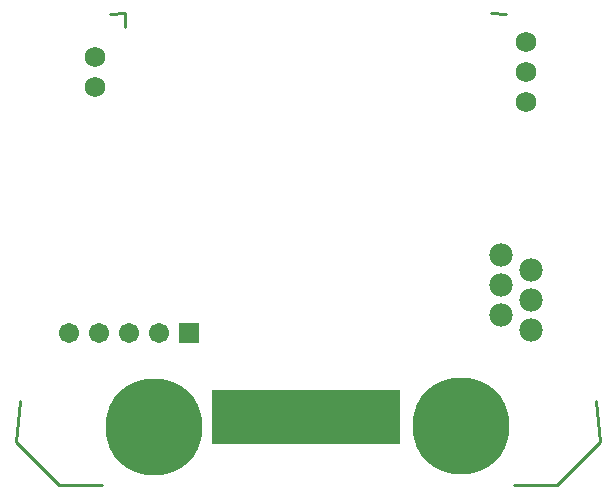
<source format=gbs>
%FSTAX26Y26*%
%MOIN*%
%SFA1B1*%

%IPPOS*%
%ADD18C,0.010000*%
%ADD34C,0.068000*%
%ADD35R,0.067060X0.067060*%
%ADD36C,0.067060*%
%ADD37C,0.322960*%
%ADD38C,0.078000*%
%ADD39R,0.630000X0.180000*%
%LNunisolder_sensor-1*%
%LPD*%
G54D18*
X0087801Y0219265D02*
X0089006Y0232974D01*
X0087802Y0219274D02*
X0102002Y0205074D01*
X0116502*
X0253598Y0205083D02*
X0268098D01*
X0282298Y0219283*
X0281098Y0232983D02*
X0282302Y0219274D01*
X0124Y03623D02*
X01242Y03575D01*
X0119Y03621D02*
X0124Y03623D01*
X01242Y03575*
X02461Y03623D02*
X02511Y03621D01*
G54D34*
X0114173Y033752D03*
Y034752D03*
X0257874Y033252D03*
Y034252D03*
Y035252D03*
G54D35*
X01455Y02555D03*
G54D36*
X01355Y02555D03*
X01255D03*
X01155D03*
X01055D03*
G54D37*
X0236221Y0224472D03*
X0133858Y022441D03*
G54D38*
X02495Y02815D03*
X02595Y02765D03*
X02495Y02715D03*
X02595Y02665D03*
X02495Y02615D03*
X02595Y02565D03*
G54D39*
X01844Y02276D03*
M02*
</source>
